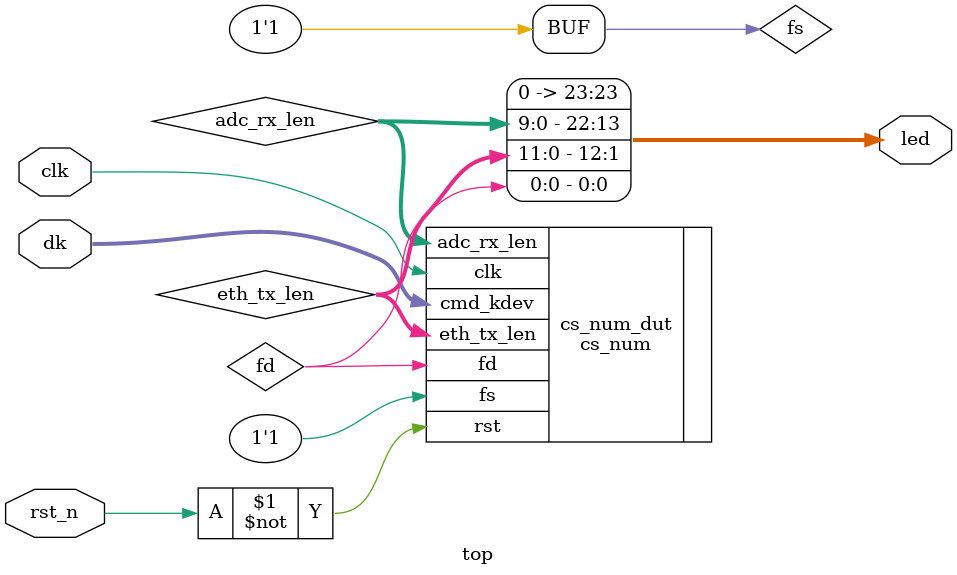
<source format=v>
module top(
    input clk,
    input rst_n,
    input [7:0] dk,
    output [23:0] led
);

    wire [9:0] adc_rx_len;
    wire [11:0] eth_tx_len;

    wire [23:0] res;

    wire fs, fd;

    assign fs = 1'b1;
    assign led = {9'b0, adc_rx_len, eth_tx_len, fd};


    cs_num
    cs_num_dut(
        .clk(clk),
        .rst(~rst_n),
        .cmd_kdev(dk),
        .adc_rx_len(adc_rx_len),
        .eth_tx_len(eth_tx_len),
        .fs(fs),
        .fd(fd)
    );
endmodule
</source>
